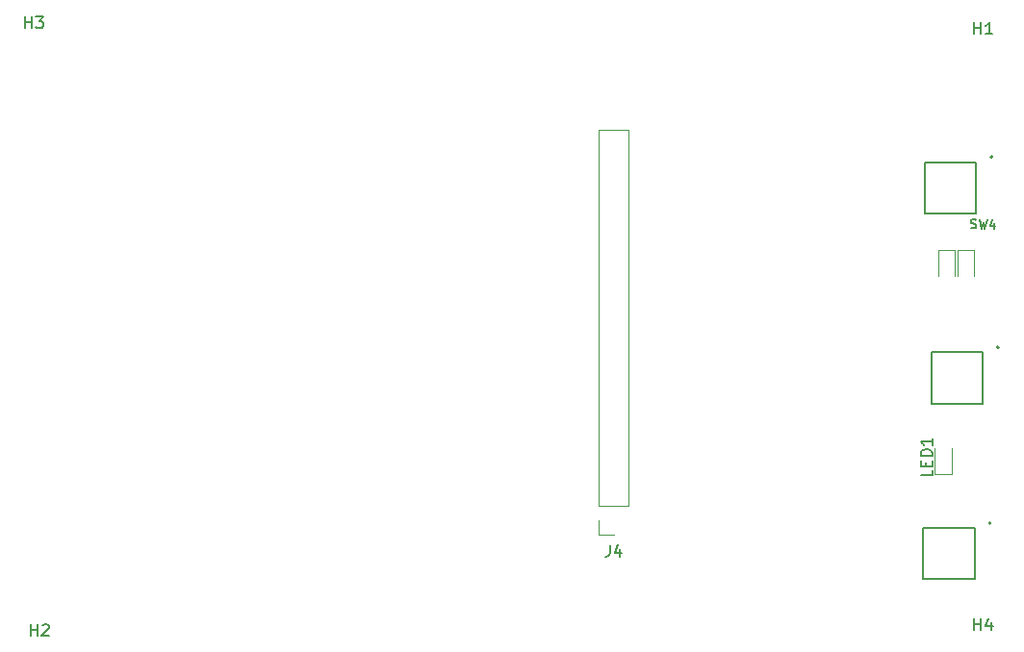
<source format=gbr>
%TF.GenerationSoftware,KiCad,Pcbnew,8.0.7*%
%TF.CreationDate,2025-04-23T11:54:05+05:30*%
%TF.ProjectId,schem,73636865-6d2e-46b6-9963-61645f706362,rev?*%
%TF.SameCoordinates,Original*%
%TF.FileFunction,Legend,Top*%
%TF.FilePolarity,Positive*%
%FSLAX46Y46*%
G04 Gerber Fmt 4.6, Leading zero omitted, Abs format (unit mm)*
G04 Created by KiCad (PCBNEW 8.0.7) date 2025-04-23 11:54:05*
%MOMM*%
%LPD*%
G01*
G04 APERTURE LIST*
%ADD10C,0.150000*%
%ADD11C,0.120000*%
%ADD12C,0.200000*%
%ADD13C,0.127000*%
G04 APERTURE END LIST*
D10*
X93238095Y-132704819D02*
X93238095Y-131704819D01*
X93238095Y-132181009D02*
X93809523Y-132181009D01*
X93809523Y-132704819D02*
X93809523Y-131704819D01*
X94238095Y-131800057D02*
X94285714Y-131752438D01*
X94285714Y-131752438D02*
X94380952Y-131704819D01*
X94380952Y-131704819D02*
X94619047Y-131704819D01*
X94619047Y-131704819D02*
X94714285Y-131752438D01*
X94714285Y-131752438D02*
X94761904Y-131800057D01*
X94761904Y-131800057D02*
X94809523Y-131895295D01*
X94809523Y-131895295D02*
X94809523Y-131990533D01*
X94809523Y-131990533D02*
X94761904Y-132133390D01*
X94761904Y-132133390D02*
X94190476Y-132704819D01*
X94190476Y-132704819D02*
X94809523Y-132704819D01*
X172524821Y-118119041D02*
X172524821Y-118595231D01*
X172524821Y-118595231D02*
X171524821Y-118595231D01*
X172001011Y-117785707D02*
X172001011Y-117452374D01*
X172524821Y-117309517D02*
X172524821Y-117785707D01*
X172524821Y-117785707D02*
X171524821Y-117785707D01*
X171524821Y-117785707D02*
X171524821Y-117309517D01*
X172524821Y-116880945D02*
X171524821Y-116880945D01*
X171524821Y-116880945D02*
X171524821Y-116642850D01*
X171524821Y-116642850D02*
X171572440Y-116499993D01*
X171572440Y-116499993D02*
X171667678Y-116404755D01*
X171667678Y-116404755D02*
X171762916Y-116357136D01*
X171762916Y-116357136D02*
X171953392Y-116309517D01*
X171953392Y-116309517D02*
X172096249Y-116309517D01*
X172096249Y-116309517D02*
X172286725Y-116357136D01*
X172286725Y-116357136D02*
X172381963Y-116404755D01*
X172381963Y-116404755D02*
X172477202Y-116499993D01*
X172477202Y-116499993D02*
X172524821Y-116642850D01*
X172524821Y-116642850D02*
X172524821Y-116880945D01*
X172524821Y-115357136D02*
X172524821Y-115928564D01*
X172524821Y-115642850D02*
X171524821Y-115642850D01*
X171524821Y-115642850D02*
X171667678Y-115738088D01*
X171667678Y-115738088D02*
X171762916Y-115833326D01*
X171762916Y-115833326D02*
X171810535Y-115928564D01*
X176238095Y-79704819D02*
X176238095Y-78704819D01*
X176238095Y-79181009D02*
X176809523Y-79181009D01*
X176809523Y-79704819D02*
X176809523Y-78704819D01*
X177809523Y-79704819D02*
X177238095Y-79704819D01*
X177523809Y-79704819D02*
X177523809Y-78704819D01*
X177523809Y-78704819D02*
X177428571Y-78847676D01*
X177428571Y-78847676D02*
X177333333Y-78942914D01*
X177333333Y-78942914D02*
X177238095Y-78990533D01*
X92738095Y-79204819D02*
X92738095Y-78204819D01*
X92738095Y-78681009D02*
X93309523Y-78681009D01*
X93309523Y-79204819D02*
X93309523Y-78204819D01*
X93690476Y-78204819D02*
X94309523Y-78204819D01*
X94309523Y-78204819D02*
X93976190Y-78585771D01*
X93976190Y-78585771D02*
X94119047Y-78585771D01*
X94119047Y-78585771D02*
X94214285Y-78633390D01*
X94214285Y-78633390D02*
X94261904Y-78681009D01*
X94261904Y-78681009D02*
X94309523Y-78776247D01*
X94309523Y-78776247D02*
X94309523Y-79014342D01*
X94309523Y-79014342D02*
X94261904Y-79109580D01*
X94261904Y-79109580D02*
X94214285Y-79157200D01*
X94214285Y-79157200D02*
X94119047Y-79204819D01*
X94119047Y-79204819D02*
X93833333Y-79204819D01*
X93833333Y-79204819D02*
X93738095Y-79157200D01*
X93738095Y-79157200D02*
X93690476Y-79109580D01*
X144166649Y-124744821D02*
X144166649Y-125459106D01*
X144166649Y-125459106D02*
X144119030Y-125601963D01*
X144119030Y-125601963D02*
X144023792Y-125697202D01*
X144023792Y-125697202D02*
X143880935Y-125744821D01*
X143880935Y-125744821D02*
X143785697Y-125744821D01*
X145071411Y-125078154D02*
X145071411Y-125744821D01*
X144833316Y-124697202D02*
X144595221Y-125411487D01*
X144595221Y-125411487D02*
X145214268Y-125411487D01*
X176238095Y-132204819D02*
X176238095Y-131204819D01*
X176238095Y-131681009D02*
X176809523Y-131681009D01*
X176809523Y-132204819D02*
X176809523Y-131204819D01*
X177714285Y-131538152D02*
X177714285Y-132204819D01*
X177476190Y-131157200D02*
X177238095Y-131871485D01*
X177238095Y-131871485D02*
X177857142Y-131871485D01*
X175927837Y-96805534D02*
X176041440Y-96845618D01*
X176041440Y-96845618D02*
X176231887Y-96848942D01*
X176231887Y-96848942D02*
X176308731Y-96812183D01*
X176308731Y-96812183D02*
X176347485Y-96774758D01*
X176347485Y-96774758D02*
X176386905Y-96699244D01*
X176386905Y-96699244D02*
X176388234Y-96623065D01*
X176388234Y-96623065D02*
X176351475Y-96546222D01*
X176351475Y-96546222D02*
X176314050Y-96507467D01*
X176314050Y-96507467D02*
X176238536Y-96468048D01*
X176238536Y-96468048D02*
X176086843Y-96427299D01*
X176086843Y-96427299D02*
X176011329Y-96387880D01*
X176011329Y-96387880D02*
X175973905Y-96349126D01*
X175973905Y-96349126D02*
X175937145Y-96272282D01*
X175937145Y-96272282D02*
X175938474Y-96196103D01*
X175938474Y-96196103D02*
X175977894Y-96120589D01*
X175977894Y-96120589D02*
X176016648Y-96083165D01*
X176016648Y-96083165D02*
X176093492Y-96046405D01*
X176093492Y-96046405D02*
X176283939Y-96049729D01*
X176283939Y-96049729D02*
X176397542Y-96089813D01*
X176664833Y-96056378D02*
X176841319Y-96859580D01*
X176841319Y-96859580D02*
X177003649Y-96290898D01*
X177003649Y-96290898D02*
X177146034Y-96864899D01*
X177146034Y-96864899D02*
X177350443Y-96068345D01*
X177993310Y-96346274D02*
X177984002Y-96879526D01*
X177808182Y-96038234D02*
X177607762Y-96606251D01*
X177607762Y-96606251D02*
X178102924Y-96614894D01*
D11*
%TO.C,LED3*%
X174765000Y-98727500D02*
X174765000Y-101012500D01*
X176235000Y-98727500D02*
X174765000Y-98727500D01*
X176235000Y-101012500D02*
X176235000Y-98727500D01*
%TO.C,LED1*%
X172765000Y-116200000D02*
X172765000Y-118485000D01*
X172765000Y-118485000D02*
X174235000Y-118485000D01*
X174235000Y-118485000D02*
X174235000Y-116200000D01*
%TO.C,J4*%
X143170000Y-121250000D02*
X143170000Y-88170000D01*
X143170000Y-123850000D02*
X143170000Y-122520000D01*
X144500000Y-123850000D02*
X143170000Y-123850000D01*
X145830000Y-88170000D02*
X143170000Y-88170000D01*
X145830000Y-121250000D02*
X143170000Y-121250000D01*
X145830000Y-121250000D02*
X145830000Y-88170000D01*
%TO.C,LED2*%
X173052500Y-98727500D02*
X173052500Y-101012500D01*
X174522500Y-98727500D02*
X173052500Y-98727500D01*
X174522500Y-101012500D02*
X174522500Y-98727500D01*
D12*
%TO.C,SW6*%
X177700000Y-122800000D02*
G75*
G02*
X177500000Y-122800000I-100000J0D01*
G01*
X177500000Y-122800000D02*
G75*
G02*
X177700000Y-122800000I100000J0D01*
G01*
D13*
X176250000Y-123250000D02*
X176250000Y-127750000D01*
X176250000Y-123250000D02*
X171750000Y-123250000D01*
X171750000Y-127750000D02*
X176250000Y-127750000D01*
X171750000Y-127750000D02*
X171750000Y-123250000D01*
D12*
%TO.C,SW5*%
X178405000Y-107319400D02*
G75*
G02*
X178205000Y-107319400I-100000J0D01*
G01*
X178205000Y-107319400D02*
G75*
G02*
X178405000Y-107319400I100000J0D01*
G01*
D13*
X176955000Y-107769400D02*
X176955000Y-112269400D01*
X176955000Y-107769400D02*
X172455000Y-107769400D01*
X172455000Y-112269400D02*
X176955000Y-112269400D01*
X172455000Y-112269400D02*
X172455000Y-107769400D01*
D12*
%TO.C,SW4*%
X177860000Y-90569400D02*
G75*
G02*
X177660000Y-90569400I-100000J0D01*
G01*
X177660000Y-90569400D02*
G75*
G02*
X177860000Y-90569400I100000J0D01*
G01*
D13*
X176410000Y-91019400D02*
X176410000Y-95519400D01*
X176410000Y-91019400D02*
X171910000Y-91019400D01*
X171910000Y-95519400D02*
X176410000Y-95519400D01*
X171910000Y-95519400D02*
X171910000Y-91019400D01*
%TD*%
M02*

</source>
